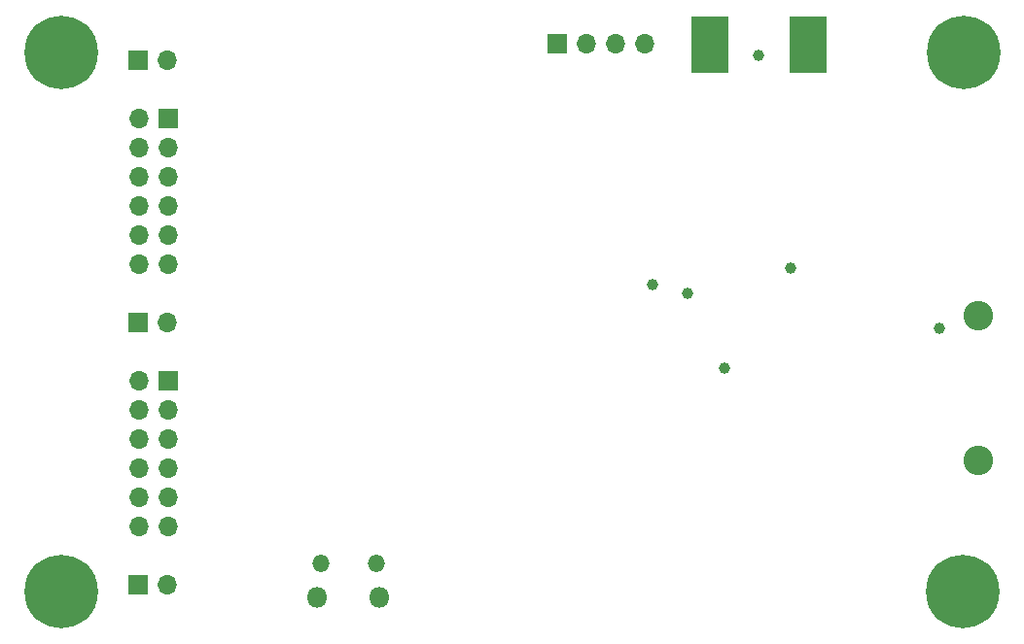
<source format=gbr>
%TF.GenerationSoftware,KiCad,Pcbnew,8.0.3-8.0.3-0~ubuntu22.04.1*%
%TF.CreationDate,2025-01-19T16:46:00+01:00*%
%TF.ProjectId,FT600_RP2040,46543630-305f-4525-9032-3034302e6b69,rev?*%
%TF.SameCoordinates,PX7735940PY61c06a0*%
%TF.FileFunction,Soldermask,Bot*%
%TF.FilePolarity,Negative*%
%FSLAX46Y46*%
G04 Gerber Fmt 4.6, Leading zero omitted, Abs format (unit mm)*
G04 Created by KiCad (PCBNEW 8.0.3-8.0.3-0~ubuntu22.04.1) date 2025-01-19 16:46:00*
%MOMM*%
%LPD*%
G01*
G04 APERTURE LIST*
%ADD10C,2.580000*%
%ADD11C,0.800000*%
%ADD12C,6.400000*%
%ADD13O,1.800000X1.800000*%
%ADD14O,1.500000X1.500000*%
%ADD15R,1.700000X1.700000*%
%ADD16O,1.700000X1.700000*%
%ADD17R,3.200000X4.900000*%
%ADD18C,1.000000*%
G04 APERTURE END LIST*
D10*
%TO.C,J8*%
X83350000Y14950000D03*
X83350000Y27550000D03*
%TD*%
D11*
%TO.C,REF\u002A\u002A*%
X1100000Y3500000D03*
X1802944Y5197056D03*
X1802944Y1802944D03*
X3500000Y5900000D03*
D12*
X3500000Y3500000D03*
D11*
X3500000Y1100000D03*
X5197056Y5197056D03*
X5197056Y1802944D03*
X5900000Y3500000D03*
%TD*%
D13*
%TO.C,U1*%
X31225000Y3000000D03*
D14*
X30925000Y6030000D03*
X26075000Y6030000D03*
D13*
X25775000Y3000000D03*
%TD*%
D15*
%TO.C,J4*%
X10225000Y49830000D03*
D16*
X12765000Y49830000D03*
%TD*%
D15*
%TO.C,J3*%
X12790000Y21920000D03*
D16*
X10250000Y21920000D03*
X12790000Y19380000D03*
X10250000Y19380000D03*
X12790000Y16840000D03*
X10250000Y16840000D03*
X12790000Y14300000D03*
X10250000Y14300000D03*
X12790000Y11760000D03*
X10250000Y11760000D03*
X12790000Y9220000D03*
X10250000Y9220000D03*
%TD*%
D11*
%TO.C,REF\u002A\u002A*%
X79652944Y50552944D03*
X80355888Y52250000D03*
X80355888Y48855888D03*
X82052944Y52952944D03*
D12*
X82052944Y50552944D03*
D11*
X82052944Y48152944D03*
X83750000Y52250000D03*
X83750000Y48855888D03*
X84452944Y50552944D03*
%TD*%
D17*
%TO.C,J7*%
X68500000Y51175000D03*
X60000000Y51175000D03*
%TD*%
D18*
%TO.C,REF\u002A\u002A*%
X64250000Y50250000D03*
%TD*%
D11*
%TO.C,REF\u002A\u002A*%
X1100000Y50500000D03*
X1802944Y52197056D03*
X1802944Y48802944D03*
X3500000Y52900000D03*
D12*
X3500000Y50500000D03*
D11*
X3500000Y48100000D03*
X5197056Y52197056D03*
X5197056Y48802944D03*
X5900000Y50500000D03*
%TD*%
%TO.C,REF\u002A\u002A*%
X79600000Y3500000D03*
X80302944Y5197056D03*
X80302944Y1802944D03*
X82000000Y5900000D03*
D12*
X82000000Y3500000D03*
D11*
X82000000Y1100000D03*
X83697056Y5197056D03*
X83697056Y1802944D03*
X84400000Y3500000D03*
%TD*%
D15*
%TO.C,J5*%
X12790000Y44780000D03*
D16*
X10250000Y44780000D03*
X12790000Y42240000D03*
X10250000Y42240000D03*
X12790000Y39700000D03*
X10250000Y39700000D03*
X12790000Y37160000D03*
X10250000Y37160000D03*
X12790000Y34620000D03*
X10250000Y34620000D03*
X12790000Y32080000D03*
X10250000Y32080000D03*
%TD*%
D15*
%TO.C,J6*%
X10225000Y4170000D03*
D16*
X12765000Y4170000D03*
%TD*%
D15*
%TO.C,J1*%
X46700000Y51250000D03*
D16*
X49240000Y51250000D03*
X51780000Y51250000D03*
X54320000Y51250000D03*
%TD*%
D15*
%TO.C,J2*%
X10225000Y27000000D03*
D16*
X12765000Y27000000D03*
%TD*%
D18*
%TO.C,REF\u002A\u002A*%
X58000000Y29500000D03*
%TD*%
%TO.C,REF\u002A\u002A*%
X55000000Y30250000D03*
%TD*%
%TO.C,REF\u002A\u002A*%
X61250000Y23000000D03*
%TD*%
%TO.C,REF\u002A\u002A*%
X67000000Y31750000D03*
%TD*%
%TO.C,REF\u002A\u002A*%
X80000000Y26500000D03*
%TD*%
M02*

</source>
